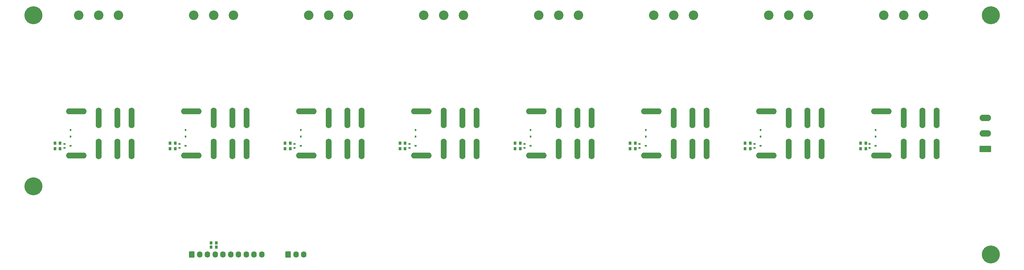
<source format=gbs>
%FSLAX23Y23*%
%MOIN*%
%SFA1B1*%

%IPPOS*%
%AMD33*
4,1,8,-0.072400,0.000000,-0.072400,0.000000,-0.031500,-0.040900,0.031500,-0.040900,0.072400,0.000000,0.072400,0.000000,0.031500,0.040900,-0.031500,0.040900,-0.072400,0.000000,0.0*
1,1,0.081740,-0.031500,0.000000*
1,1,0.081740,-0.031500,0.000000*
1,1,0.081740,0.031500,0.000000*
1,1,0.081740,0.031500,0.000000*
%
%AMD34*
4,1,8,-0.072400,0.034600,-0.072400,-0.034600,-0.066100,-0.040900,0.066100,-0.040900,0.072400,-0.034600,0.072400,0.034600,0.066100,0.040900,-0.066100,0.040900,-0.072400,0.034600,0.0*
1,1,0.012440,-0.066100,0.034600*
1,1,0.012440,-0.066100,-0.034600*
1,1,0.012440,0.066100,-0.034600*
1,1,0.012440,0.066100,0.034600*
%
%AMD35*
4,1,8,0.000000,0.039900,0.000000,0.039900,-0.035000,0.004900,-0.035000,-0.004900,0.000000,-0.039900,0.000000,-0.039900,0.035000,-0.004900,0.035000,0.004900,0.000000,0.039900,0.0*
1,1,0.069920,0.000000,0.004900*
1,1,0.069920,0.000000,0.004900*
1,1,0.069920,0.000000,-0.004900*
1,1,0.069920,0.000000,-0.004900*
%
%AMD36*
4,1,8,0.028400,0.039900,-0.028400,0.039900,-0.035000,0.033400,-0.035000,-0.033400,-0.028400,-0.039900,0.028400,-0.039900,0.035000,-0.033400,0.035000,0.033400,0.028400,0.039900,0.0*
1,1,0.013040,0.028400,0.033400*
1,1,0.013040,-0.028400,0.033400*
1,1,0.013040,-0.028400,-0.033400*
1,1,0.013040,0.028400,-0.033400*
%
%AMD57*
4,1,8,0.010400,-0.009600,0.010400,0.009600,0.006600,0.013300,-0.006600,0.013300,-0.010400,0.009600,-0.010400,-0.009600,-0.006600,-0.013300,0.006600,-0.013300,0.010400,-0.009600,0.0*
1,1,0.007420,0.006600,-0.009600*
1,1,0.007420,0.006600,0.009600*
1,1,0.007420,-0.006600,0.009600*
1,1,0.007420,-0.006600,-0.009600*
%
%ADD32C,0.121100*%
G04~CAMADD=33~8~0.0~0.0~817.3~1447.3~408.7~0.0~15~0.0~0.0~0.0~0.0~0~0.0~0.0~0.0~0.0~0~0.0~0.0~0.0~90.0~1448.0~818.0*
%ADD33D33*%
G04~CAMADD=34~8~0.0~0.0~817.3~1447.3~62.2~0.0~15~0.0~0.0~0.0~0.0~0~0.0~0.0~0.0~0.0~0~0.0~0.0~0.0~90.0~1448.0~818.0*
%ADD34D34*%
G04~CAMADD=35~8~0.0~0.0~699.2~797.6~349.6~0.0~15~0.0~0.0~0.0~0.0~0~0.0~0.0~0.0~0.0~0~0.0~0.0~0.0~0.0~699.2~797.6*
%ADD35D35*%
G04~CAMADD=36~8~0.0~0.0~699.2~797.6~65.2~0.0~15~0.0~0.0~0.0~0.0~0~0.0~0.0~0.0~0.0~0~0.0~0.0~0.0~0.0~699.2~797.6*
%ADD36D36*%
%ADD37O,0.075830X0.258900*%
%ADD38O,0.258900X0.075830*%
%ADD39C,0.227400*%
%ADD55R,0.034490X0.040390*%
%ADD56R,0.030550X0.020710*%
G04~CAMADD=57~8~0.0~0.0~266.1~207.1~37.1~0.0~15~0.0~0.0~0.0~0.0~0~0.0~0.0~0.0~0.0~0~0.0~0.0~0.0~270.0~208.0~267.0*
%ADD57D57*%
%LNbenchy-relays-pcb-1*%
%LPD*%
G54D32*
X11629Y3385D03*
X11377D03*
X11125D03*
X10173D03*
X9921D03*
X9669D03*
X8716D03*
X8464D03*
X8212D03*
X7259D03*
X7007D03*
X6755D03*
X5803D03*
X5551D03*
X5299D03*
X4346D03*
X4094D03*
X3842D03*
X2889D03*
X2637D03*
X2385D03*
X1433D03*
X1181D03*
X929D03*
G54D33*
X12413Y2086D03*
Y1889D03*
G54D34*
X12413Y1692D03*
G54D35*
X3779Y354D03*
X3681D03*
X3248D03*
X3149D03*
X3051D03*
X2952D03*
X2854D03*
X2755D03*
X2657D03*
X2559D03*
X2460D03*
G54D36*
X3582Y354D03*
X2362D03*
G54D37*
X1417Y2086D03*
Y1692D03*
X1181D03*
Y2086D03*
X1598Y1692D03*
Y2086D03*
X2874D03*
Y1692D03*
X2637D03*
Y2086D03*
X3055Y1692D03*
Y2086D03*
X5787D03*
Y1692D03*
X5551D03*
Y2086D03*
X5968Y1692D03*
Y2086D03*
X4330D03*
Y1692D03*
X4094D03*
Y2086D03*
X4511Y1692D03*
Y2086D03*
X8700D03*
Y1692D03*
X8464D03*
Y2086D03*
X8881Y1692D03*
Y2086D03*
X7244D03*
Y1692D03*
X7007D03*
Y2086D03*
X7425Y1692D03*
Y2086D03*
X11614D03*
Y1692D03*
X11377D03*
Y2086D03*
X11795Y1692D03*
Y2086D03*
X10157D03*
Y1692D03*
X9921D03*
Y2086D03*
X10338Y1692D03*
Y2086D03*
G54D38*
X897Y1610D03*
Y2169D03*
X2354Y1610D03*
Y2169D03*
X5267Y1610D03*
Y2169D03*
X3811Y1610D03*
Y2169D03*
X8181Y1610D03*
Y2169D03*
X6724Y1610D03*
Y2169D03*
X11094Y1610D03*
Y2169D03*
X9637Y1610D03*
Y2169D03*
G54D39*
X12480Y354D03*
Y3385D03*
X354D03*
Y1220D03*
G54D55*
X693Y1767D03*
X628D03*
X2150D03*
X2085D03*
X3607D03*
X3542D03*
X5063D03*
X4999D03*
X6520D03*
X6455D03*
X693Y1696D03*
X628D03*
X2150D03*
X2085D03*
X5063D03*
X4999D03*
X6520D03*
X6455D03*
X2670Y448D03*
X2605D03*
Y503D03*
X2670D03*
X10898Y1696D03*
X10833D03*
Y1767D03*
X10898D03*
X9434Y1696D03*
X9369D03*
Y1767D03*
X9434D03*
X7977Y1696D03*
X7912D03*
Y1767D03*
X7977D03*
X3607Y1696D03*
X3542D03*
G54D56*
X748Y1706D03*
Y1757D03*
X826Y1732D03*
X2204Y1706D03*
Y1757D03*
X2283Y1732D03*
X3661Y1706D03*
Y1757D03*
X3740Y1732D03*
X5118Y1706D03*
Y1757D03*
X5196Y1732D03*
X6574Y1706D03*
Y1757D03*
X6653Y1732D03*
X8031Y1706D03*
Y1757D03*
X8110Y1732D03*
X9488Y1706D03*
Y1757D03*
X9566Y1732D03*
X10944Y1706D03*
Y1757D03*
X11023Y1732D03*
G54D57*
X826Y1848D03*
Y1931D03*
X2283Y1848D03*
Y1931D03*
X3740Y1848D03*
Y1931D03*
X5196Y1848D03*
Y1931D03*
X6653Y1848D03*
Y1931D03*
X11023Y1848D03*
Y1931D03*
X9566Y1848D03*
Y1931D03*
X8110Y1848D03*
Y1931D03*
M02*
</source>
